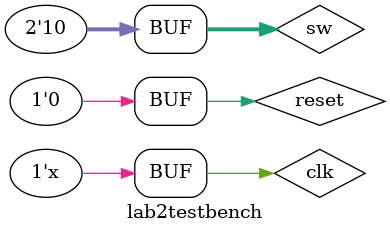
<source format=v>
`timescale 1ns / 1ps


module lab2testbench();
reg clk,reset;
reg [1:0] sw;
reg sdo;
wire cs, sck;
wire [3:0] R, G, B;
wire hsync, vsync;

initial begin
reset = 1'b1;
clk = 1'b0;
#5;
reset = 1'b0;
#10;
sw = 2'b01;
#10;
sw = 2'b10;
end

always #5 clk = ~clk;

lab2_top top(.clk_fpga(clk), .sw(sw), .cs(cs), .sdo(sdo), .sck(sck), .R(R), .G(G), .B(B), .hsync(hsync), .vsync(vsync));

endmodule

</source>
